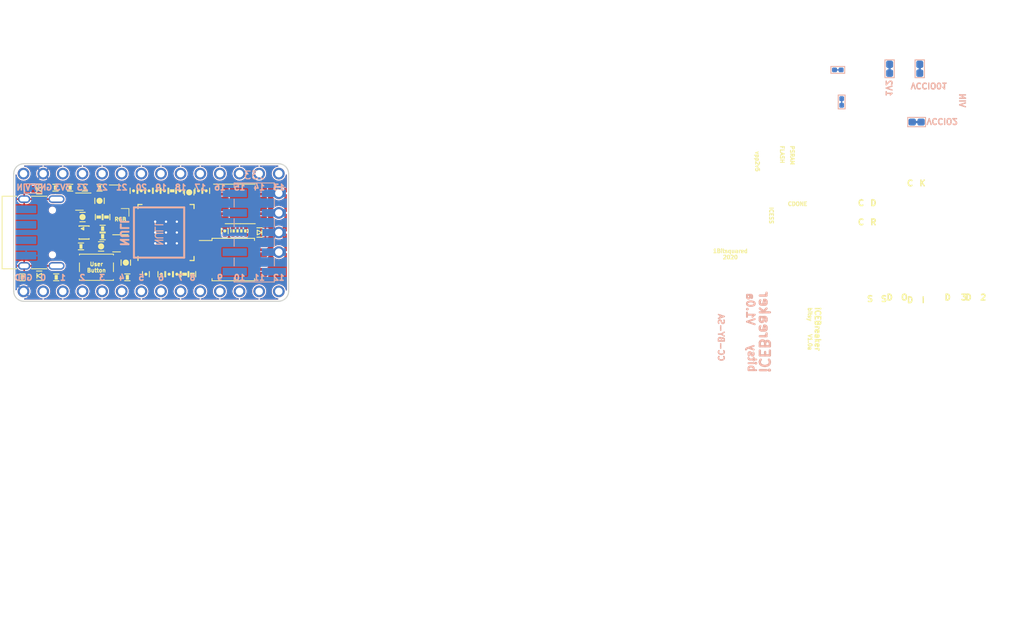
<source format=kicad_pcb>
(kicad_pcb (version 20171130) (host pcbnew "(5.1.6)-1")
  (title_block (title iCEBreaker-bitsy) (rev V0.3a) (company 1BitSquared) (comment 1 "(C) 2018-2020 Piotr Esden-Tempski <piotr@1bitsquared.com>") (comment 2 "(C) 2018-2020 1BitSquared <info@1bitsquared.com>") (comment 3 "License: CC-BY-SA 4.0"))
  (layers (0 F.Cu signal) (1 In1.Cu signal hide) (2 In2.Cu signal hide) (31 B.Cu signal hide) (34 B.Paste user hide) (35 F.Paste user) (36 B.SilkS user) (37 F.SilkS user) (38 B.Mask user hide) (39 F.Mask user) (44 Edge.Cuts user))
  (net 0 "")
  (net 1 +3V3)
  (net 2 /iCE_SS_B)
  (net 3 +1V2)
  (net 4 GND)
  (net 5 /iCE_SCK)
  (net 6 /iCE_CDONE)
  (net 7 /iCE_CRESET)
  (net 8 /CLK)
  (net 9 /USB_N)
  (net 10 /USB_P)
  (net 11 /USB_DET)
  (net 12 /IOB_0A)
  (net 13 /IOB_3B_G6)
  (net 14 /IOB_2A)
  (net 15 /IOT_38B)
  (net 16 /IOB_23B)
  (net 17 /IOB_31B)
  (net 18 /IOB_29B)
  (net 19 /IOB_25B_G3)
  (net 20 /IOB_16A)
  (net 21 /IOB_13B)
  (net 22 /IOT_48B)
  (net 23 /IOT_44B)
  (net 24 /IOT_43A)
  (net 25 /IOT_37A)
  (net 26 /IOT_39A)
  (net 27 /IOT_41A)
  (net 28 /IOT_42B)
  (net 29 /IOB_4A)
  (net 30 /IOB_5B)
  (net 31 /IOB_6A)
  (net 32 /IOB_8A)
  (net 33 /IOB_9B)
  (net 34 /IOT_36B)
  (net 35 /ICEVCC)
  (net 36 /VCCIO_2)
  (net 37 /VCCIO_01)
  (net 38 /FLASH_MOSI-IO0)
  (net 39 /FLASH_MISO-IO1)
  (net 40 /FLASH_~WP~-IO2)
  (net 41 /FLASH_SS)
  (net 42 /SBU2)
  (net 43 /CC1)
  (net 44 /SBU1)
  (net 45 /CC2)
  (net 46 /SHIELD)
  (net 47 VIN)
  (net 48 VBUS)
  (net 49 "Net-(U2-Pad5)")
  (net 50 "Net-(U2-Pad2)")
  (net 51 "Net-(U3-Pad5)")
  (net 52 "Net-(U3-Pad2)")
  (net 53 /xD+)
  (net 54 /xD-)
  (net 55 /iD+)
  (net 56 /iD-)
  (net 57 /CLK_EN)
  (net 58 /3V3_EN)
  (net 59 /VCCPLL)
  (net 60 /VPP_2V5)
  (net 61 /FLASH_~HLD~-IO3)
  (net 62 /~UBTN)
  (net 63 /RAM_SS-~LEDG)
  (net 64 /IOB_20A-~LEDR)
  (net 65 /~RGB0)
  (net 66 /~RGB1)
  (net 67 /~RGB2)
  (net 68 "Net-(D1-PadA)")
  (net 69 "Net-(D2-PadA)")
  (module Connector_PinHeader_2.54mm:PinHeader_2x05_P2.54mm_Vertical_SMD (layer B.Cu) (at 61.115 47.5 180)
    (fp_text reference J33 (at 0 7.41) (layer B.SilkS) (effects (justify mirror)))
    (fp_text value Conn_02x05_Odd_Even)
    (pad 10 smd rect (at 2.525 -5.08 180) (size 3.15 1) (layers B.Cu B.Paste B.Mask) (net 40 /FLASH_~WP~-IO2))
    (pad 9 smd rect (at -2.525 -5.08 180) (size 3.15 1) (layers B.Cu B.Paste B.Mask) (net 39 /FLASH_MISO-IO1))
    (pad 8 smd rect (at 2.525 -2.54 180) (size 3.15 1) (layers B.Cu B.Paste B.Mask) (net 61 /FLASH_~HLD~-IO3))
    (pad 7 smd rect (at -2.525 -2.54 180) (size 3.15 1) (layers B.Cu B.Paste B.Mask) (net 1 +3V3))
    (pad 6 smd rect (at 2.525 0 180) (size 3.15 1) (layers B.Cu B.Paste B.Mask) (net 38 /FLASH_MOSI-IO0))
    (pad 5 smd rect (at -2.525 0 180) (size 3.15 1) (layers B.Cu B.Paste B.Mask) (net 4 GND))
    (pad 4 smd rect (at 2.525 2.54 180) (size 3.15 1) (layers B.Cu B.Paste B.Mask) (net 5 /iCE_SCK))
    (pad 3 smd rect (at -2.525 2.54 180) (size 3.15 1) (layers B.Cu B.Paste B.Mask) (net 7 /iCE_CRESET))
    (pad 2 smd rect (at 2.525 5.08 180) (size 3.15 1) (layers B.Cu B.Paste B.Mask) (net 2 /iCE_SS_B))
    (pad 1 smd rect (at -2.525 5.08 180) (size 3.15 1) (layers B.Cu B.Paste B.Mask) (net 6 /iCE_CDONE))
  )
  (module Package_SON:WSON-6-1EP_2x2mm_P0.65mm_EP1x1.6mm (layer F.Cu) (at 43.8 48.9 180)
    (fp_text reference U2 hide)
    (fp_text value TLV75512PDRV hide)
    (pad 7 smd rect (at 0 0 180) (size 1 1.6) (layers F.Cu F.Mask) (net 4 GND))
    (pad 6 smd roundrect (at 0.8875 -0.65 180) (size 0.375 0.4) (layers F.Cu F.Paste F.Mask) (net 47 VIN))
    (pad 5 smd roundrect (at 0.8875 0 180) (size 0.375 0.4) (layers F.Cu F.Paste F.Mask) (net 49 "Net-(U2-Pad5)"))
    (pad 4 smd roundrect (at 0.8875 0.65 180) (size 0.375 0.4) (layers F.Cu F.Paste F.Mask) (net 47 VIN))
    (pad 3 smd roundrect (at -0.8875 0.65 180) (size 0.375 0.4) (layers F.Cu F.Paste F.Mask) (net 4 GND))
    (pad 2 smd roundrect (at -0.8875 0 180) (size 0.375 0.4) (layers F.Cu F.Paste F.Mask) (net 50 "Net-(U2-Pad2)"))
    (pad 1 smd roundrect (at -0.8875 -0.65 180) (size 0.375 0.4) (layers F.Cu F.Paste F.Mask) (net 3 +1V2))
  )
  (module Package_SON:WSON-6-1EP_2x2mm_P0.65mm_EP1x1.6mm (layer F.Cu) (at 39 43.5 180)
    (fp_text reference U3 hide)
    (fp_text value TLV75533PDRV hide)
    (pad 7 smd rect (at 0 0 180) (size 1 1.6) (layers F.Cu F.Mask) (net 4 GND))
    (pad 6 smd roundrect (at 0.8875 -0.65 180) (size 0.375 0.4) (layers F.Cu F.Paste F.Mask) (net 47 VIN))
    (pad 5 smd roundrect (at 0.8875 0 180) (size 0.375 0.4) (layers F.Cu F.Paste F.Mask) (net 51 "Net-(U3-Pad5)"))
    (pad 4 smd roundrect (at 0.8875 0.65 180) (size 0.375 0.4) (layers F.Cu F.Paste F.Mask) (net 58 /3V3_EN))
    (pad 3 smd roundrect (at -0.8875 0.65 180) (size 0.375 0.4) (layers F.Cu F.Paste F.Mask) (net 4 GND))
    (pad 2 smd roundrect (at -0.8875 0 180) (size 0.375 0.4) (layers F.Cu F.Paste F.Mask) (net 52 "Net-(U3-Pad2)"))
    (pad 1 smd roundrect (at -0.8875 -0.65 180) (size 0.375 0.4) (layers F.Cu F.Paste F.Mask) (net 1 +3V3))
  )
  (module pkl_led:LED_TRI_2020 (layer F.Cu) (at 43.8 45.8 270)
    (fp_text reference D4)
    (fp_text value FM-B2020RGBA-HG hide)
    (pad 1 smd roundrect (at -0.85 -0.55 270) (size 0.8 0.7) (layers F.Cu F.Paste F.Mask) (net 65 /~RGB0))
    (pad 2 smd roundrect (at 0.85 -0.55 270) (size 0.8 0.7) (layers F.Cu F.Paste F.Mask) (net 67 /~RGB2))
    (pad 3 smd roundrect (at 0.85 0.55 270) (size 0.8 0.7) (layers F.Cu F.Paste F.Mask) (net 1 +3V3))
    (pad 4 smd roundrect (at -0.85 0.55 270) (size 0.8 0.7) (layers F.Cu F.Paste F.Mask) (net 66 /~RGB1))
  )
  (module pkl_misc:Oscillator_SMD_SCTF_S2DXX-4Pin_2.5x2.0mm (layer F.Cu) (at 43.5 42.7 270)
    (fp_text reference X1 hide)
    (fp_text value 12MHz hide)
    (pad 4 smd roundrect (at -0.85 -0.65 270) (size 1 0.9) (layers F.Cu F.Paste F.Mask) (net 1 +3V3))
    (pad 3 smd roundrect (at 0.85 -0.65 270) (size 1 0.9) (layers F.Cu F.Paste F.Mask) (net 8 /CLK))
    (pad 2 smd roundrect (at 0.85 0.65 270) (size 1 0.9) (layers F.Cu F.Paste F.Mask) (net 4 GND))
    (pad 1 smd roundrect (at -0.85 0.65 270) (size 1 0.9) (layers F.Cu F.Paste F.Mask) (net 57 /CLK_EN))
  )
  (module Package_SO:SOIC-8_5.275x5.275mm_P1.27mm (layer F.Cu) (at 58.4 51)
    (fp_text reference U5 hide)
    (fp_text value W25Q hide)
    (pad 8 smd roundrect (at 3.6 -1.905) (size 1.6 0.6) (layers F.Cu F.Paste F.Mask) (net 1 +3V3))
    (pad 7 smd roundrect (at 3.6 -0.635) (size 1.6 0.6) (layers F.Cu F.Paste F.Mask) (net 61 /FLASH_~HLD~-IO3))
    (pad 6 smd roundrect (at 3.6 0.635) (size 1.6 0.6) (layers F.Cu F.Paste F.Mask) (net 5 /iCE_SCK))
    (pad 5 smd roundrect (at 3.6 1.905) (size 1.6 0.6) (layers F.Cu F.Paste F.Mask) (net 38 /FLASH_MOSI-IO0))
    (pad 4 smd roundrect (at -3.6 1.905) (size 1.6 0.6) (layers F.Cu F.Paste F.Mask) (net 4 GND))
    (pad 3 smd roundrect (at -3.6 0.635) (size 1.6 0.6) (layers F.Cu F.Paste F.Mask) (net 40 /FLASH_~WP~-IO2))
    (pad 2 smd roundrect (at -3.6 -0.635) (size 1.6 0.6) (layers F.Cu F.Paste F.Mask) (net 39 /FLASH_MISO-IO1))
    (pad 1 smd roundrect (at -3.6 -1.905) (size 1.6 0.6) (layers F.Cu F.Paste F.Mask) (net 41 /FLASH_SS))
  )
  (module pkl_dipol:C_0402 (layer F.Cu) (at 47.1 52.9 270)
    (fp_text reference C19)
    (fp_text value 100n hide)
    (pad 2 smd roundrect (at 0.5 0 270) (size 0.5 0.6) (layers F.Cu F.Paste F.Mask) (net 4 GND))
    (pad 1 smd roundrect (at -0.5 0 270) (size 0.5 0.6) (layers F.Cu F.Paste F.Mask) (net 36 /VCCIO_2))
  )
  (module pkl_dipol:C_0402 (layer F.Cu) (at 53.9 42.1 90)
    (fp_text reference C18)
    (fp_text value 100n hide)
    (pad 2 smd roundrect (at 0.5 0 90) (size 0.5 0.6) (layers F.Cu F.Paste F.Mask) (net 4 GND))
    (pad 1 smd roundrect (at -0.5 0 90) (size 0.5 0.6) (layers F.Cu F.Paste F.Mask) (net 37 /VCCIO_01))
  )
  (module pkl_dipol:C_0402 (layer F.Cu) (at 46.5 42.1 90)
    (fp_text reference C17)
    (fp_text value 100n hide)
    (pad 2 smd roundrect (at 0.5 0 90) (size 0.5 0.6) (layers F.Cu F.Paste F.Mask) (net 4 GND))
    (pad 1 smd roundrect (at -0.5 0 90) (size 0.5 0.6) (layers F.Cu F.Paste F.Mask) (net 37 /VCCIO_01))
  )
  (module pkl_pin_headers:Pin_Header_Straight_Round_1x01 (layer F.Cu) (at 64.29 39.88)
    (fp_text reference J26 hide)
    (fp_text value Conn_01x01 hide)
    (pad 1 thru_hole circle (at 0 0) (size 1.524 1.524) (drill 0.9652) (layers *.Cu *.Mask) (net 64 /IOB_20A-~LEDR))
  )
  (module pkl_dipol:R_0402 (layer F.Cu) (at 52.1 52.9 270)
    (fp_text reference R11)
    (fp_text value 10k hide)
    (pad 2 smd roundrect (at 0.5 0 270) (size 0.5 0.6) (layers F.Cu F.Paste F.Mask) (net 1 +3V3))
    (pad 1 smd roundrect (at -0.5 0 270) (size 0.5 0.6) (layers F.Cu F.Paste F.Mask) (net 7 /iCE_CRESET))
  )
  (module pkl_dipol:R_Array_Convex_4x0402 (layer F.Cu) (at 59.2 47.3 90)
    (fp_text reference R8)
    (fp_text value 10k hide)
    (pad 8 smd roundrect (at 0.5 0.85 90) (size 0.5 0.5) (layers F.Cu F.Paste F.Mask) (net 5 /iCE_SCK))
    (pad 6 smd roundrect (at 0.5 0.25 90) (size 0.5 0.3) (layers F.Cu F.Paste F.Mask) (net 40 /FLASH_~WP~-IO2))
    (pad 4 smd roundrect (at 0.5 -0.25 90) (size 0.5 0.3) (layers F.Cu F.Paste F.Mask) (net 61 /FLASH_~HLD~-IO3))
    (pad 2 smd roundrect (at 0.5 -0.85 90) (size 0.5 0.5) (layers F.Cu F.Paste F.Mask) (net 41 /FLASH_SS))
    (pad 7 smd roundrect (at -0.5 0.85 90) (size 0.5 0.5) (layers F.Cu F.Paste F.Mask) (net 1 +3V3))
    (pad 1 smd roundrect (at -0.5 -0.85 90) (size 0.5 0.5) (layers F.Cu F.Paste F.Mask) (net 1 +3V3))
    (pad 5 smd roundrect (at -0.5 0.25 90) (size 0.5 0.3) (layers F.Cu F.Paste F.Mask) (net 1 +3V3))
    (pad 3 smd roundrect (at -0.5 -0.25 90) (size 0.5 0.3) (layers F.Cu F.Paste F.Mask) (net 1 +3V3))
  )
  (module pkl_dipol:R_0402 (layer F.Cu) (at 31.1 53.3 180)
    (fp_text reference R1)
    (fp_text value 1M hide)
    (pad 2 smd roundrect (at 0.5 0 180) (size 0.5 0.6) (layers F.Cu F.Paste F.Mask) (net 46 /SHIELD))
    (pad 1 smd roundrect (at -0.5 0 180) (size 0.5 0.6) (layers F.Cu F.Paste F.Mask) (net 4 GND))
  )
  (module pkl_dipol:R_0402 (layer F.Cu) (at 41.5 48 180)
    (fp_text reference R5)
    (fp_text value 22E hide)
    (pad 2 smd roundrect (at 0.5 0 180) (size 0.5 0.6) (layers F.Cu F.Paste F.Mask) (net 55 /iD+))
    (pad 1 smd roundrect (at -0.5 0 180) (size 0.5 0.6) (layers F.Cu F.Paste F.Mask) (net 10 /USB_P))
  )
  (module pkl_dipol:R_0402 (layer F.Cu) (at 50.5 42.1 90)
    (fp_text reference R10)
    (fp_text value 100E hide)
    (pad 2 smd roundrect (at 0.5 0 90) (size 0.5 0.6) (layers F.Cu F.Paste F.Mask) (net 59 /VCCPLL))
    (pad 1 smd roundrect (at -0.5 0 90) (size 0.5 0.6) (layers F.Cu F.Paste F.Mask) (net 35 /ICEVCC))
  )
  (module pkl_dipol:R_0402 (layer F.Cu) (at 53.1 52.9 270)
    (fp_text reference R15)
    (fp_text value 2k2 hide)
    (pad 2 smd roundrect (at 0.5 0 270) (size 0.5 0.6) (layers F.Cu F.Paste F.Mask) (net 1 +3V3))
    (pad 1 smd roundrect (at -0.5 0 270) (size 0.5 0.6) (layers F.Cu F.Paste F.Mask) (net 6 /iCE_CDONE))
  )
  (module pkl_dipol:R_0402 (layer F.Cu) (at 44.7 53.3)
    (fp_text reference R12)
    (fp_text value 10k hide)
    (pad 2 smd roundrect (at 0.5 0) (size 0.5 0.6) (layers F.Cu F.Paste F.Mask) (net 1 +3V3))
    (pad 1 smd roundrect (at -0.5 0) (size 0.5 0.6) (layers F.Cu F.Paste F.Mask) (net 62 /~UBTN))
  )
  (module pkl_dipol:R_0402 (layer F.Cu) (at 35.5 53.3)
    (fp_text reference R14)
    (fp_text value 330E hide)
    (pad 2 smd roundrect (at 0.5 0) (size 0.5 0.6) (layers F.Cu F.Paste F.Mask) (net 1 +3V3))
    (pad 1 smd roundrect (at -0.5 0) (size 0.5 0.6) (layers F.Cu F.Paste F.Mask) (net 69 "Net-(D2-PadA)"))
  )
  (module pkl_dipol:R_0402 (layer F.Cu) (at 35.4 41.7)
    (fp_text reference R13)
    (fp_text value 330E hide)
    (pad 2 smd roundrect (at 0.5 0) (size 0.5 0.6) (layers F.Cu F.Paste F.Mask) (net 1 +3V3))
    (pad 1 smd roundrect (at -0.5 0) (size 0.5 0.6) (layers F.Cu F.Paste F.Mask) (net 68 "Net-(D1-PadA)"))
  )
  (module pkl_dipol:R_0402 (layer F.Cu) (at 41.1 41.7)
    (fp_text reference R9)
    (fp_text value 10k hide)
    (pad 2 smd roundrect (at 0.5 0) (size 0.5 0.6) (layers F.Cu F.Paste F.Mask) (net 57 /CLK_EN))
    (pad 1 smd roundrect (at -0.5 0) (size 0.5 0.6) (layers F.Cu F.Paste F.Mask) (net 1 +3V3))
  )
  (module pkl_dipol:D_0603 (layer F.Cu) (at 61.8 47.5 180)
    (fp_text reference D3)
    (fp_text value BLU hide)
    (pad C smd roundrect (at -0.75 0) (size 0.6 0.9) (layers F.Cu F.Paste F.Mask) (net 4 GND))
    (pad A smd roundrect (at 0.75 0) (size 0.6 0.9) (layers F.Cu F.Paste F.Mask) (net 6 /iCE_CDONE))
  )
  (module pkl_dipol:D_0603 (layer F.Cu) (at 33.3 53.1)
    (fp_text reference D2)
    (fp_text value GRN hide)
    (pad C smd roundrect (at -0.75 0 180) (size 0.6 0.9) (layers F.Cu F.Paste F.Mask) (net 63 /RAM_SS-~LEDG))
    (pad A smd roundrect (at 0.75 0 180) (size 0.6 0.9) (layers F.Cu F.Paste F.Mask) (net 69 "Net-(D2-PadA)"))
  )
  (module pkl_dipol:D_0603 (layer F.Cu) (at 33.3 41.9)
    (fp_text reference D1)
    (fp_text value RED hide)
    (pad C smd roundrect (at -0.75 0 180) (size 0.6 0.9) (layers F.Cu F.Paste F.Mask) (net 64 /IOB_20A-~LEDR))
    (pad A smd roundrect (at 0.75 0 180) (size 0.6 0.9) (layers F.Cu F.Paste F.Mask) (net 68 "Net-(D1-PadA)"))
  )
  (module pkl_dipol:C_0603 (layer F.Cu) (at 44.5 51.4 270)
    (fp_text reference C2)
    (fp_text value 4u7 hide)
    (pad 2 smd roundrect (at 0.75 0 270) (size 0.6 0.9) (layers F.Cu F.Paste F.Mask) (net 4 GND))
    (pad 1 smd roundrect (at -0.75 0 270) (size 0.6 0.9) (layers F.Cu F.Paste F.Mask) (net 3 +1V2))
  )
  (module pkl_dipol:C_0603 (layer F.Cu) (at 41.3 49.3 180)
    (fp_text reference C1)
    (fp_text value 4u7 hide)
    (pad 2 smd roundrect (at 0.75 0 180) (size 0.6 0.9) (layers F.Cu F.Paste F.Mask) (net 4 GND))
    (pad 1 smd roundrect (at -0.75 0 180) (size 0.6 0.9) (layers F.Cu F.Paste F.Mask) (net 47 VIN))
  )
  (module pkl_dipol:C_0603 (layer F.Cu) (at 38.9 45.5)
    (fp_text reference C4)
    (fp_text value 4u7 hide)
    (pad 2 smd roundrect (at 0.75 0) (size 0.6 0.9) (layers F.Cu F.Paste F.Mask) (net 4 GND))
    (pad 1 smd roundrect (at -0.75 0) (size 0.6 0.9) (layers F.Cu F.Paste F.Mask) (net 47 VIN))
  )
  (module pkl_dipol:C_0603 (layer F.Cu) (at 41.1 43.4 90)
    (fp_text reference C5)
    (fp_text value 4u7 hide)
    (pad 2 smd roundrect (at 0.75 0 90) (size 0.6 0.9) (layers F.Cu F.Paste F.Mask) (net 4 GND))
    (pad 1 smd roundrect (at -0.75 0 90) (size 0.6 0.9) (layers F.Cu F.Paste F.Mask) (net 1 +3V3))
  )
  (module pkl_dipol:C_0603 (layer F.Cu) (at 52.7 42.3 90)
    (fp_text reference C8)
    (fp_text value 10u hide)
    (pad 2 smd roundrect (at 0.75 0 90) (size 0.6 0.9) (layers F.Cu F.Paste F.Mask) (net 4 GND))
    (pad 1 smd roundrect (at -0.75 0 90) (size 0.6 0.9) (layers F.Cu F.Paste F.Mask) (net 59 /VCCPLL))
  )
  (module pkl_dipol:C_0402 (layer F.Cu) (at 57.3 47.3 90)
    (fp_text reference C6)
    (fp_text value 100n hide)
    (pad 2 smd roundrect (at 0.5 0 90) (size 0.5 0.6) (layers F.Cu F.Paste F.Mask) (net 4 GND))
    (pad 1 smd roundrect (at -0.5 0 90) (size 0.5 0.6) (layers F.Cu F.Paste F.Mask) (net 1 +3V3))
  )
  (module pkl_dipol:C_0402 (layer F.Cu) (at 49.5 42.1 90)
    (fp_text reference C13)
    (fp_text value 10n hide)
    (pad 2 smd roundrect (at 0.5 0 90) (size 0.5 0.6) (layers F.Cu F.Paste F.Mask) (net 4 GND))
    (pad 1 smd roundrect (at -0.5 0 90) (size 0.5 0.6) (layers F.Cu F.Paste F.Mask) (net 35 /ICEVCC))
  )
  (module pkl_dipol:C_0402 (layer F.Cu) (at 51.5 42.1 90)
    (fp_text reference C9)
    (fp_text value 100n hide)
    (pad 2 smd roundrect (at 0.5 0 90) (size 0.5 0.6) (layers F.Cu F.Paste F.Mask) (net 4 GND))
    (pad 1 smd roundrect (at -0.5 0 90) (size 0.5 0.6) (layers F.Cu F.Paste F.Mask) (net 59 /VCCPLL))
  )
  (module pkl_dipol:C_0402 (layer F.Cu) (at 48.5 42.1 90)
    (fp_text reference C12)
    (fp_text value 100n hide)
    (pad 2 smd roundrect (at 0.5 0 90) (size 0.5 0.6) (layers F.Cu F.Paste F.Mask) (net 4 GND))
    (pad 1 smd roundrect (at -0.5 0 90) (size 0.5 0.6) (layers F.Cu F.Paste F.Mask) (net 35 /ICEVCC))
  )
  (module pkl_dipol:C_0402 (layer F.Cu) (at 45.5 42.1 90)
    (fp_text reference C7)
    (fp_text value 100n hide)
    (pad 2 smd roundrect (at 0.5 0 90) (size 0.5 0.6) (layers F.Cu F.Paste F.Mask) (net 4 GND))
    (pad 1 smd roundrect (at -0.5 0 90) (size 0.5 0.6) (layers F.Cu F.Paste F.Mask) (net 1 +3V3))
  )
  (module pkl_dipol:C_0402 (layer F.Cu) (at 47.5 42.1 90)
    (fp_text reference C11)
    (fp_text value 1u hide)
    (pad 2 smd roundrect (at 0.5 0 90) (size 0.5 0.6) (layers F.Cu F.Paste F.Mask) (net 4 GND))
    (pad 1 smd roundrect (at -0.5 0 90) (size 0.5 0.6) (layers F.Cu F.Paste F.Mask) (net 35 /ICEVCC))
  )
  (module pkl_dipol:C_0402 (layer F.Cu) (at 54.9 42.1 90)
    (fp_text reference C10)
    (fp_text value DNP hide)
    (pad 2 smd roundrect (at 0.5 0 90) (size 0.5 0.6) (layers F.Cu F.Paste F.Mask) (net 4 GND))
    (pad 1 smd roundrect (at -0.5 0 90) (size 0.5 0.6) (layers F.Cu F.Paste F.Mask) (net 60 /VPP_2V5))
  )
  (module pkl_dipol:C_0402 (layer F.Cu) (at 49.1 52.9 270)
    (fp_text reference C16)
    (fp_text value 10n hide)
    (pad 2 smd roundrect (at 0.5 0 270) (size 0.5 0.6) (layers F.Cu F.Paste F.Mask) (net 4 GND))
    (pad 1 smd roundrect (at -0.5 0 270) (size 0.5 0.6) (layers F.Cu F.Paste F.Mask) (net 35 /ICEVCC))
  )
  (module pkl_dipol:C_0402 (layer F.Cu) (at 50.1 52.9 270)
    (fp_text reference C15)
    (fp_text value 100n hide)
    (pad 2 smd roundrect (at 0.5 0 270) (size 0.5 0.6) (layers F.Cu F.Paste F.Mask) (net 4 GND))
    (pad 1 smd roundrect (at -0.5 0 270) (size 0.5 0.6) (layers F.Cu F.Paste F.Mask) (net 35 /ICEVCC))
  )
  (module pkl_dipol:C_0402 (layer F.Cu) (at 51.1 52.9 270)
    (fp_text reference C14)
    (fp_text value 1u hide)
    (pad 2 smd roundrect (at 0.5 0 270) (size 0.5 0.6) (layers F.Cu F.Paste F.Mask) (net 4 GND))
    (pad 1 smd roundrect (at -0.5 0 270) (size 0.5 0.6) (layers F.Cu F.Paste F.Mask) (net 35 /ICEVCC))
  )
  (module pkl_dipol:R_0402 (layer F.Cu) (at 37.3 41.7)
    (fp_text reference R7)
    (fp_text value 10k hide)
    (pad 2 smd roundrect (at 0.5 0) (size 0.5 0.6) (layers F.Cu F.Paste F.Mask) (net 58 /3V3_EN))
    (pad 1 smd roundrect (at -0.5 0) (size 0.5 0.6) (layers F.Cu F.Paste F.Mask) (net 47 VIN))
  )
  (module pkl_dipol:C_0402 (layer F.Cu) (at 39.2 41.7)
    (fp_text reference C3)
    (fp_text value 1u hide)
    (pad 2 smd roundrect (at 0.5 0) (size 0.5 0.6) (layers F.Cu F.Paste F.Mask) (net 4 GND))
    (pad 1 smd roundrect (at -0.5 0) (size 0.5 0.6) (layers F.Cu F.Paste F.Mask) (net 58 /3V3_EN))
  )
  (module pkl_dipol:R_0402 (layer F.Cu) (at 41.5 47 180)
    (fp_text reference R4)
    (fp_text value 22E hide)
    (pad 2 smd roundrect (at 0.5 0 180) (size 0.5 0.6) (layers F.Cu F.Paste F.Mask) (net 56 /iD-))
    (pad 1 smd roundrect (at -0.5 0 180) (size 0.5 0.6) (layers F.Cu F.Paste F.Mask) (net 9 /USB_N))
  )
  (module pkl_dipol:R_0402 (layer F.Cu) (at 42 45.5 270)
    (fp_text reference R6)
    (fp_text value 1k5 hide)
    (pad 2 smd roundrect (at 0.5 0 270) (size 0.5 0.6) (layers F.Cu F.Paste F.Mask) (net 55 /iD+))
    (pad 1 smd roundrect (at -0.5 0 270) (size 0.5 0.6) (layers F.Cu F.Paste F.Mask) (net 11 /USB_DET))
  )
  (module pkl_pin_headers:Pin_Header_Straight_Round_1x01 (layer F.Cu) (at 36.35 39.88)
    (fp_text reference J1 hide)
    (fp_text value Conn_01x01 hide)
    (pad 1 thru_hole circle (at 0 0) (size 1.524 1.524) (drill 0.9652) (layers *.Cu *.Mask) (net 1 +3V3))
  )
  (module pkl_pin_headers:Pin_Header_Straight_Round_1x01 (layer F.Cu) (at 51.59 55.12)
    (fp_text reference J13 hide)
    (fp_text value Conn_01x01 hide)
    (pad 1 thru_hole circle (at 0 0) (size 1.524 1.524) (drill 0.9652) (layers *.Cu *.Mask) (net 32 /IOB_8A))
  )
  (module pkl_pin_headers:Pin_Header_Straight_Round_1x01 (layer F.Cu) (at 49.05 55.12)
    (fp_text reference J14 hide)
    (fp_text value Conn_01x01 hide)
    (pad 1 thru_hole circle (at 0 0) (size 1.524 1.524) (drill 0.9652) (layers *.Cu *.Mask) (net 33 /IOB_9B))
  )
  (module pkl_pin_headers:Pin_Header_Straight_Round_1x01 (layer F.Cu) (at 46.51 55.12)
    (fp_text reference J12 hide)
    (fp_text value Conn_01x01 hide)
    (pad 1 thru_hole circle (at 0 0) (size 1.524 1.524) (drill 0.9652) (layers *.Cu *.Mask) (net 31 /IOB_6A))
  )
  (module pkl_pin_headers:Pin_Header_Straight_Round_1x01 (layer F.Cu) (at 36.35 55.12)
    (fp_text reference J11 hide)
    (fp_text value Conn_01x01 hide)
    (pad 1 thru_hole circle (at 0 0) (size 1.524 1.524) (drill 0.9652) (layers *.Cu *.Mask) (net 30 /IOB_5B))
  )
  (module pkl_pin_headers:Pin_Header_Straight_Round_1x01 (layer F.Cu) (at 43.97 55.12)
    (fp_text reference J10 hide)
    (fp_text value Conn_01x01 hide)
    (pad 1 thru_hole circle (at 0 0) (size 1.524 1.524) (drill 0.9652) (layers *.Cu *.Mask) (net 29 /IOB_4A))
  )
  (module pkl_pin_headers:Pin_Header_Straight_Round_1x01 (layer F.Cu) (at 33.81 55.12)
    (fp_text reference J9 hide)
    (fp_text value Conn_01x01 hide)
    (pad 1 thru_hole circle (at 0 0) (size 1.524 1.524) (drill 0.9652) (layers *.Cu *.Mask) (net 13 /IOB_3B_G6))
  )
  (module pkl_pin_headers:Pin_Header_Straight_Round_1x01 (layer F.Cu) (at 38.89 55.12)
    (fp_text reference J7 hide)
    (fp_text value Conn_01x01 hide)
    (pad 1 thru_hole circle (at 0 0) (size 1.524 1.524) (drill 0.9652) (layers *.Cu *.Mask) (net 12 /IOB_0A))
  )
  (module pkl_pin_headers:Pin_Header_Straight_Round_1x01 (layer F.Cu) (at 33.81 39.88)
    (fp_text reference J6 hide)
    (fp_text value Conn_01x01 hide)
    (pad 1 thru_hole circle (at 0 0) (size 1.524 1.524) (drill 0.9652) (layers *.Cu *.Mask) (net 4 GND))
  )
  (module pkl_pin_headers:Pin_Header_Straight_Round_1x01 (layer F.Cu) (at 64.29 47.5)
    (fp_text reference J5 hide)
    (fp_text value Conn_01x01 hide)
    (pad 1 thru_hole circle (at 0 0) (size 1.524 1.524) (drill 0.9652) (layers *.Cu *.Mask) (net 4 GND))
  )
  (module pkl_pin_headers:Pin_Header_Straight_Round_1x01 (layer F.Cu) (at 31.27 55.12)
    (fp_text reference J4 hide)
    (fp_text value Conn_01x01 hide)
    (pad 1 thru_hole circle (at 0 0) (size 1.524 1.524) (drill 0.9652) (layers *.Cu *.Mask) (net 4 GND))
  )
  (module pkl_pin_headers:Pin_Header_Straight_Round_1x01 (layer F.Cu) (at 31.27 39.88)
    (fp_text reference J3 hide)
    (fp_text value Conn_01x01 hide)
    (pad 1 thru_hole circle (at 0 0) (size 1.524 1.524) (drill 0.9652) (layers *.Cu *.Mask) (net 47 VIN))
  )
  (module pkl_pin_headers:Pin_Header_Straight_Round_1x01 (layer F.Cu) (at 64.29 50.04)
    (fp_text reference J2 hide)
    (fp_text value Conn_01x01 hide)
    (pad 1 thru_hole circle (at 0 0) (size 1.524 1.524) (drill 0.9652) (layers *.Cu *.Mask) (net 1 +3V3))
  )
  (module pkl_pin_headers:Pin_Header_Straight_Round_1x01 (layer F.Cu) (at 41.43 55.12)
    (fp_text reference J8 hide)
    (fp_text value Conn_01x01 hide)
    (pad 1 thru_hole circle (at 0 0) (size 1.524 1.524) (drill 0.9652) (layers *.Cu *.Mask) (net 14 /IOB_2A))
  )
  (module pkl_pin_headers:Pin_Header_Straight_Round_1x01 (layer F.Cu) (at 51.59 39.88)
    (fp_text reference J17 hide)
    (fp_text value Conn_01x01 hide)
    (pad 1 thru_hole circle (at 0 0) (size 1.524 1.524) (drill 0.9652) (layers *.Cu *.Mask) (net 15 /IOT_38B))
  )
  (module pkl_pin_headers:Pin_Header_Straight_Round_1x01 (layer F.Cu) (at 61.75 39.88)
    (fp_text reference J27 hide)
    (fp_text value Conn_01x01 hide)
    (pad 1 thru_hole circle (at 0 0) (size 1.524 1.524) (drill 0.9652) (layers *.Cu *.Mask) (net 16 /IOB_23B))
  )
  (module pkl_pin_headers:Pin_Header_Straight_Round_1x01 (layer F.Cu) (at 59.21 55.12)
    (fp_text reference J30 hide)
    (fp_text value Conn_01x01 hide)
    (pad 1 thru_hole circle (at 0 0) (size 1.524 1.524) (drill 0.9652) (layers *.Cu *.Mask) (net 17 /IOB_31B))
  )
  (module pkl_pin_headers:Pin_Header_Straight_Round_1x01 (layer F.Cu) (at 61.75 55.12)
    (fp_text reference J29 hide)
    (fp_text value Conn_01x01 hide)
    (pad 1 thru_hole circle (at 0 0) (size 1.524 1.524) (drill 0.9652) (layers *.Cu *.Mask) (net 18 /IOB_29B))
  )
  (module pkl_pin_headers:Pin_Header_Straight_Round_1x01 (layer F.Cu) (at 64.29 55.12)
    (fp_text reference J28 hide)
    (fp_text value Conn_01x01 hide)
    (pad 1 thru_hole circle (at 0 0) (size 1.524 1.524) (drill 0.9652) (layers *.Cu *.Mask) (net 19 /IOB_25B_G3))
  )
  (module pkl_pin_headers:Pin_Header_Straight_Round_1x01 (layer F.Cu) (at 56.67 55.12)
    (fp_text reference J25 hide)
    (fp_text value Conn_01x01 hide)
    (pad 1 thru_hole circle (at 0 0) (size 1.524 1.524) (drill 0.9652) (layers *.Cu *.Mask) (net 20 /IOB_16A))
  )
  (module pkl_pin_headers:Pin_Header_Straight_Round_1x01 (layer F.Cu) (at 54.13 55.12)
    (fp_text reference J24 hide)
    (fp_text value Conn_01x01 hide)
    (pad 1 thru_hole circle (at 0 0) (size 1.524 1.524) (drill 0.9652) (layers *.Cu *.Mask) (net 21 /IOB_13B))
  )
  (module pkl_pin_headers:Pin_Header_Straight_Round_1x01 (layer F.Cu) (at 56.67 39.88)
    (fp_text reference J15 hide)
    (fp_text value Conn_01x01 hide)
    (pad 1 thru_hole circle (at 0 0) (size 1.524 1.524) (drill 0.9652) (layers *.Cu *.Mask) (net 34 /IOT_36B))
  )
  (module pkl_pin_headers:Pin_Header_Straight_Round_1x01 (layer F.Cu) (at 38.89 39.88)
    (fp_text reference J23 hide)
    (fp_text value Conn_01x01 hide)
    (pad 1 thru_hole circle (at 0 0) (size 1.524 1.524) (drill 0.9652) (layers *.Cu *.Mask) (net 22 /IOT_48B))
  )
  (module pkl_pin_headers:Pin_Header_Straight_Round_1x01 (layer F.Cu) (at 41.43 39.88)
    (fp_text reference J22 hide)
    (fp_text value Conn_01x01 hide)
    (pad 1 thru_hole circle (at 0 0) (size 1.524 1.524) (drill 0.9652) (layers *.Cu *.Mask) (net 23 /IOT_44B))
  )
  (module pkl_pin_headers:Pin_Header_Straight_Round_1x01 (layer F.Cu) (at 43.97 39.88)
    (fp_text reference J21 hide)
    (fp_text value Conn_01x01 hide)
    (pad 1 thru_hole circle (at 0 0) (size 1.524 1.524) (drill 0.9652) (layers *.Cu *.Mask) (net 24 /IOT_43A))
  )
  (module pkl_pin_headers:Pin_Header_Straight_Round_1x01 (layer F.Cu) (at 59.21 39.88)
    (fp_text reference J16 hide)
    (fp_text value Conn_01x01 hide)
    (pad 1 thru_hole circle (at 0 0) (size 1.524 1.524) (drill 0.9652) (layers *.Cu *.Mask) (net 25 /IOT_37A))
  )
  (module pkl_pin_headers:Pin_Header_Straight_Round_1x01 (layer F.Cu) (at 54.13 39.88)
    (fp_text reference J18 hide)
    (fp_text value Conn_01x01 hide)
    (pad 1 thru_hole circle (at 0 0) (size 1.524 1.524) (drill 0.9652) (layers *.Cu *.Mask) (net 26 /IOT_39A))
  )
  (module pkl_pin_headers:Pin_Header_Straight_Round_1x01 (layer F.Cu) (at 49.05 39.88)
    (fp_text reference J19 hide)
    (fp_text value Conn_01x01 hide)
    (pad 1 thru_hole circle (at 0 0) (size 1.524 1.524) (drill 0.9652) (layers *.Cu *.Mask) (net 27 /IOT_41A))
  )
  (module pkl_pin_headers:Pin_Header_Straight_Round_1x01 (layer F.Cu) (at 46.51 39.88)
    (fp_text reference J20 hide)
    (fp_text value Conn_01x01 hide)
    (pad 1 thru_hole circle (at 0 0) (size 1.524 1.524) (drill 0.9652) (layers *.Cu *.Mask) (net 28 /IOT_42B))
  )
  (module pkl_pin_headers:Pin_Header_Straight_Round_1x01 (layer F.Cu) (at 64.29 44.96)
    (fp_text reference J32 hide)
    (fp_text value Conn_01x01 hide)
    (pad 1 thru_hole circle (at 0 0) (size 1.524 1.524) (drill 0.9652) (layers *.Cu *.Mask) (net 7 /iCE_CRESET))
  )
  (module pkl_pin_headers:Pin_Header_Straight_Round_1x01 (layer F.Cu) (at 64.29 42.42)
    (fp_text reference J31 hide)
    (fp_text value Conn_01x01 hide)
    (pad 1 thru_hole circle (at 0 0) (size 1.524 1.524) (drill 0.9652) (layers *.Cu *.Mask) (net 6 /iCE_CDONE))
  )
  (module pkl_housings_sot:SOT-666 (layer F.Cu) (at 39.1 47.5)
    (fp_text reference U1)
    (fp_text value USBLC6-2 hide)
    (pad 6 smd roundrect (at 0.85 -0.5375 270) (size 0.35 0.5) (layers F.Cu F.Paste F.Mask) (net 56 /iD-))
    (pad 5 smd roundrect (at 0.925 0 270) (size 0.3 0.65) (layers F.Cu F.Paste F.Mask) (net 48 VBUS))
    (pad 4 smd roundrect (at 0.85 0.5375 270) (size 0.375 0.5) (layers F.Cu F.Paste F.Mask) (net 55 /iD+))
    (pad 3 smd roundrect (at -0.85 0.5375 270) (size 0.375 0.5) (layers F.Cu F.Paste F.Mask) (net 53 /xD+))
    (pad 2 smd roundrect (at -0.925 0 270) (size 0.3 0.65) (layers F.Cu F.Paste F.Mask) (net 4 GND))
    (pad 1 smd roundrect (at -0.85 -0.5375 270) (size 0.375 0.5) (layers F.Cu F.Paste F.Mask) (net 54 /xD-))
  )
  (module pkl_pads:PAD_SMD_1x2.65 (layer B.Cu) (at 31.6 48.5)
    (fp_text reference P3)
    (fp_text value UP hide)
    (pad 1 smd rect (at 0 0) (size 2.65 1) (layers B.Cu B.Mask) (net 53 /xD+))
  )
  (module pkl_pads:PAD_SMD_1x2.65 (layer B.Cu) (at 31.6 46.5)
    (fp_text reference P2)
    (fp_text value UP hide)
    (pad 1 smd rect (at 0 0) (size 2.65 1) (layers B.Cu B.Mask) (net 54 /xD-))
  )
  (module pkl_pads:PAD_SMD_1x2.65 (layer B.Cu) (at 31.6 44.5)
    (fp_text reference P1)
    (fp_text value UP hide)
    (pad 1 smd rect (at 0 0) (size 2.65 1) (layers B.Cu B.Mask) (net 48 VBUS))
  )
  (module pkl_pads:PAD_SMD_1x2.65 (layer B.Cu) (at 31.6 50.5)
    (fp_text reference P4)
    (fp_text value UP hide)
    (pad 1 smd rect (at 0 0) (size 2.65 1) (layers B.Cu B.Mask) (net 4 GND))
  )
  (module pkl_buttons_switches:SW_SPST_3x4x2.5 (layer F.Cu) (at 40.7 52 180)
    (fp_text reference SW1)
    (fp_text value TACT hide)
    (pad 2 smd roundrect (at 2.3 1.125 180) (size 1 0.7) (layers F.Cu F.Paste F.Mask) (net 4 GND))
    (pad 2 smd roundrect (at -2.3 1.125 180) (size 1 0.7) (layers F.Cu F.Paste F.Mask) (net 4 GND))
    (pad 1 smd roundrect (at 2.3 -1.125 180) (size 1 0.7) (layers F.Cu F.Paste F.Mask) (net 62 /~UBTN))
    (pad 1 smd roundrect (at -2.3 -1.125 180) (size 1 0.7) (layers F.Cu F.Paste F.Mask) (net 62 /~UBTN))
  )
  (module pkl_jumpers:J_NC_0402_15 (layer B.Cu) (at 136.6 26.45 180)
    (fp_text reference JP3)
    (fp_text value Jumper hide)
    (fp_line (start -0.2 0) (end 0.2 0) (layer B.Cu) (width 0.15))
    (pad 2 smd roundrect (at 0.425 0 180) (size 0.65 0.6) (layers B.Cu B.Mask) (net 60 /VPP_2V5))
    (pad 1 smd roundrect (at -0.425 0 180) (size 0.65 0.6) (layers B.Cu B.Mask) (net 1 +3V3))
  )
  (module Package_SO:SOIC-8_3.9x4.9mm_P1.27mm (layer F.Cu) (at 59.3 43.8)
    (fp_text reference U4 hide)
    (fp_text value LY68L6400 hide)
    (pad 8 smd roundrect (at 2.475 -1.905) (size 1.95 0.6) (layers F.Cu F.Paste F.Mask) (net 1 +3V3))
    (pad 7 smd roundrect (at 2.475 -0.635) (size 1.95 0.6) (layers F.Cu F.Paste F.Mask) (net 61 /FLASH_~HLD~-IO3))
    (pad 6 smd roundrect (at 2.475 0.635) (size 1.95 0.6) (layers F.Cu F.Paste F.Mask) (net 5 /iCE_SCK))
    (pad 5 smd roundrect (at 2.475 1.905) (size 1.95 0.6) (layers F.Cu F.Paste F.Mask) (net 38 /FLASH_MOSI-IO0))
    (pad 4 smd roundrect (at -2.475 1.905) (size 1.95 0.6) (layers F.Cu F.Paste F.Mask) (net 4 GND))
    (pad 3 smd roundrect (at -2.475 0.635) (size 1.95 0.6) (layers F.Cu F.Paste F.Mask) (net 40 /FLASH_~WP~-IO2))
    (pad 2 smd roundrect (at -2.475 -0.635) (size 1.95 0.6) (layers F.Cu F.Paste F.Mask) (net 39 /FLASH_MISO-IO1))
    (pad 1 smd roundrect (at -2.475 -1.905) (size 1.95 0.6) (layers F.Cu F.Paste F.Mask) (net 63 /RAM_SS-~LEDG))
  )
  (module pkl_jumpers:J_NC_0402_15 (layer B.Cu) (at 137.1 30.6 270)
    (fp_text reference JP2)
    (fp_text value Jumper hide)
    (fp_line (start -0.2 0) (end 0.2 0) (layer B.Cu) (width 0.15))
    (pad 2 smd roundrect (at 0.425 0 270) (size 0.65 0.6) (layers B.Cu B.Mask) (net 2 /iCE_SS_B))
    (pad 1 smd roundrect (at -0.425 0 270) (size 0.65 0.6) (layers B.Cu B.Mask) (net 41 /FLASH_SS))
  )
  (module pkl_jumpers:J_NC_0603_30 (layer B.Cu) (at 146.8 33.2 180)
    (fp_text reference JP6)
    (fp_text value Jumper hide)
    (fp_line (start -0.2 0) (end 0.2 0) (layer B.Cu) (width 0.3))
    (pad 2 smd roundrect (at 0.575 0 180) (size 0.95 0.9) (layers B.Cu B.Mask) (net 1 +3V3))
    (pad 1 smd roundrect (at -0.575 0 180) (size 0.95 0.9) (layers B.Cu B.Mask) (net 36 /VCCIO_2))
  )
  (module pkl_jumpers:J_NC_0603_30 (layer B.Cu) (at 147.2 26.3 90)
    (fp_text reference JP5)
    (fp_text value Jumper hide)
    (fp_line (start -0.2 0) (end 0.2 0) (layer B.Cu) (width 0.3))
    (pad 2 smd roundrect (at 0.575 0 90) (size 0.95 0.9) (layers B.Cu B.Mask) (net 1 +3V3))
    (pad 1 smd roundrect (at -0.575 0 90) (size 0.95 0.9) (layers B.Cu B.Mask) (net 37 /VCCIO_01))
  )
  (module pkl_jumpers:J_NC_0603_30 (layer B.Cu) (at 32.5 41.8 180)
    (fp_text reference JP1)
    (fp_text value Jumper hide)
    (fp_line (start -0.2 0) (end 0.2 0) (layer B.Cu) (width 0.3))
    (pad 2 smd roundrect (at 0.575 0 180) (size 0.95 0.9) (layers B.Cu B.Mask) (net 47 VIN))
    (pad 1 smd roundrect (at -0.575 0 180) (size 0.95 0.9) (layers B.Cu B.Mask) (net 48 VBUS))
  )
  (module pkl_jumpers:J_NC_0603_30 (layer B.Cu) (at 143.3 26.3 90)
    (fp_text reference JP4)
    (fp_text value Jumper hide)
    (fp_line (start -0.2 0) (end 0.2 0) (layer B.Cu) (width 0.3))
    (pad 2 smd roundrect (at 0.575 0 90) (size 0.95 0.9) (layers B.Cu B.Mask) (net 3 +1V2))
    (pad 1 smd roundrect (at -0.575 0 90) (size 0.95 0.9) (layers B.Cu B.Mask) (net 35 /ICEVCC))
  )
  (module pkl_logos:null_Logo_SilkS_6.5mm (layer B.Cu) (at 48.8 47.5 90)
    (fp_text reference REF**)
    (fp_text value null_Logo_SilkS_6.5mm hide)
  )
  (module Connector_USB:USB_C_Receptacle_HRO_TYPE-C-31-M-12 (layer F.Cu) (at 32.4 47.5 270)
    (fp_text reference J34 hide)
    (fp_text value USB_C hide)
    (pad B1 smd rect (at 3.25 -4.045 270) (size 0.6 1.45) (layers F.Cu F.Paste F.Mask) (net 4 GND))
    (pad A9 smd rect (at 2.45 -4.045 270) (size 0.6 1.45) (layers F.Cu F.Paste F.Mask) (net 48 VBUS))
    (pad B9 smd rect (at -2.45 -4.045 270) (size 0.6 1.45) (layers F.Cu F.Paste F.Mask) (net 48 VBUS))
    (pad B12 smd rect (at -3.25 -4.045 270) (size 0.6 1.45) (layers F.Cu F.Paste F.Mask) (net 4 GND))
    (pad A1 smd rect (at -3.25 -4.045 270) (size 0.6 1.45) (layers F.Cu F.Paste F.Mask) (net 4 GND))
    (pad A4 smd rect (at -2.45 -4.045 270) (size 0.6 1.45) (layers F.Cu F.Paste F.Mask) (net 48 VBUS))
    (pad B4 smd rect (at 2.45 -4.045 270) (size 0.6 1.45) (layers F.Cu F.Paste F.Mask) (net 48 VBUS))
    (pad A12 smd rect (at 3.25 -4.045 270) (size 0.6 1.45) (layers F.Cu F.Paste F.Mask) (net 4 GND))
    (pad B8 smd rect (at -1.75 -4.045 270) (size 0.3 1.45) (layers F.Cu F.Paste F.Mask) (net 42 /SBU2))
    (pad A5 smd rect (at -1.25 -4.045 270) (size 0.3 1.45) (layers F.Cu F.Paste F.Mask) (net 43 /CC1))
    (pad B7 smd rect (at -0.75 -4.045 270) (size 0.3 1.45) (layers F.Cu F.Paste F.Mask) (net 54 /xD-))
    (pad A7 smd rect (at 0.25 -4.045 270) (size 0.3 1.45) (layers F.Cu F.Paste F.Mask) (net 54 /xD-))
    (pad B6 smd rect (at 0.75 -4.045 270) (size 0.3 1.45) (layers F.Cu F.Paste F.Mask) (net 53 /xD+))
    (pad A8 smd rect (at 1.25 -4.045 270) (size 0.3 1.45) (layers F.Cu F.Paste F.Mask) (net 44 /SBU1))
    (pad B5 smd rect (at 1.75 -4.045 270) (size 0.3 1.45) (layers F.Cu F.Paste F.Mask) (net 45 /CC2))
    (pad A6 smd rect (at -0.25 -4.045 270) (size 0.3 1.45) (layers F.Cu F.Paste F.Mask) (net 53 /xD+))
    (pad S1 thru_hole oval (at 4.32 -3.13 270) (size 1 2.1) (drill oval 0.6 1.7) (layers *.Cu *.Mask) (net 46 /SHIELD))
    (pad S1 thru_hole oval (at -4.32 -3.13 270) (size 1 2.1) (drill oval 0.6 1.7) (layers *.Cu *.Mask) (net 46 /SHIELD))
    (pad "" np_thru_hole circle (at -2.89 -2.6 270) (size 0.65 0.65) (drill 0.65) (layers *.Cu *.Mask))
    (pad S1 thru_hole oval (at -4.32 1.05 270) (size 1 1.6) (drill oval 0.6 1.2) (layers *.Cu *.Mask) (net 46 /SHIELD))
    (pad "" np_thru_hole circle (at 2.89 -2.6 270) (size 0.65 0.65) (drill 0.65) (layers *.Cu *.Mask))
    (pad S1 thru_hole oval (at 4.32 1.05 270) (size 1 1.6) (drill oval 0.6 1.2) (layers *.Cu *.Mask) (net 46 /SHIELD))
  )
  (module pkl_dipol:R_0402 (layer F.Cu) (at 41 45.5 270)
    (fp_text reference R2)
    (fp_text value 5k1 hide)
    (pad 2 smd roundrect (at 0.5 0 270) (size 0.5 0.6) (layers F.Cu F.Paste F.Mask) (net 43 /CC1))
    (pad 1 smd roundrect (at -0.5 0 270) (size 0.5 0.6) (layers F.Cu F.Paste F.Mask) (net 4 GND))
  )
  (module pkl_dipol:R_0402 (layer F.Cu) (at 38.7 49.3 180)
    (fp_text reference R3)
    (fp_text value 5k1 hide)
    (pad 2 smd roundrect (at 0.5 0 180) (size 0.5 0.6) (layers F.Cu F.Paste F.Mask) (net 45 /CC2))
    (pad 1 smd roundrect (at -0.5 0 180) (size 0.5 0.6) (layers F.Cu F.Paste F.Mask) (net 4 GND))
  )
  (module pkl_housings_dfn_qfn:QFN-48-1EP_7x7mm_Pitch0.5mm (layer F.Cu) (at 49.7 47.5 90)
    (fp_text reference U6)
    (fp_text value ICE40UP5K-SG48 hide)
    (pad 1 smd roundrect (at -3.4 -2.75 90) (size 0.6 0.3) (layers F.Cu F.Paste F.Mask) (net 36 /VCCIO_2))
    (pad 2 smd roundrect (at -3.4 -2.25 90) (size 0.6 0.3) (layers F.Cu F.Paste F.Mask) (net 31 /IOB_6A))
    (pad 3 smd roundrect (at -3.4 -1.75 90) (size 0.6 0.3) (layers F.Cu F.Paste F.Mask) (net 33 /IOB_9B))
    (pad 4 smd roundrect (at -3.4 -1.25 90) (size 0.6 0.3) (layers F.Cu F.Paste F.Mask) (net 32 /IOB_8A))
    (pad 5 smd roundrect (at -3.4 -0.75 90) (size 0.6 0.3) (layers F.Cu F.Paste F.Mask) (net 35 /ICEVCC))
    (pad 6 smd roundrect (at -3.4 -0.25 90) (size 0.6 0.3) (layers F.Cu F.Paste F.Mask) (net 21 /IOB_13B))
    (pad 7 smd roundrect (at -3.4 0.25 90) (size 0.6 0.3) (layers F.Cu F.Paste F.Mask) (net 6 /iCE_CDONE))
    (pad 8 smd roundrect (at -3.4 0.75 90) (size 0.6 0.3) (layers F.Cu F.Paste F.Mask) (net 7 /iCE_CRESET))
    (pad 9 smd roundrect (at -3.4 1.25 90) (size 0.6 0.3) (layers F.Cu F.Paste F.Mask) (net 20 /IOB_16A))
    (pad 10 smd roundrect (at -3.4 1.75 90) (size 0.6 0.3) (layers F.Cu F.Paste F.Mask) (net 62 /~UBTN))
    (pad 11 smd roundrect (at -3.4 2.25 90) (size 0.6 0.3) (layers F.Cu F.Paste F.Mask) (net 64 /IOB_20A-~LEDR))
    (pad 12 smd roundrect (at -3.4 2.75 90) (size 0.6 0.3) (layers F.Cu F.Paste F.Mask) (net 40 /FLASH_~WP~-IO2))
    (pad 13 smd roundrect (at -2.75 3.4 180) (size 0.6 0.3) (layers F.Cu F.Paste F.Mask) (net 61 /FLASH_~HLD~-IO3))
    (pad 14 smd roundrect (at -2.25 3.4 180) (size 0.6 0.3) (layers F.Cu F.Paste F.Mask) (net 38 /FLASH_MOSI-IO0))
    (pad 15 smd roundrect (at -1.75 3.4 180) (size 0.6 0.3) (layers F.Cu F.Paste F.Mask) (net 5 /iCE_SCK))
    (pad 16 smd roundrect (at -1.25 3.4 180) (size 0.6 0.3) (layers F.Cu F.Paste F.Mask) (net 2 /iCE_SS_B))
    (pad 17 smd roundrect (at -0.75 3.4 180) (size 0.6 0.3) (layers F.Cu F.Paste F.Mask) (net 39 /FLASH_MISO-IO1))
    (pad 18 smd roundrect (at -0.25 3.4 180) (size 0.6 0.3) (layers F.Cu F.Paste F.Mask) (net 17 /IOB_31B))
    (pad 19 smd roundrect (at 0.25 3.4 180) (size 0.6 0.3) (layers F.Cu F.Paste F.Mask) (net 18 /IOB_29B))
    (pad 20 smd roundrect (at 0.75 3.4 180) (size 0.6 0.3) (layers F.Cu F.Paste F.Mask) (net 19 /IOB_25B_G3))
    (pad 21 smd roundrect (at 1.25 3.4 180) (size 0.6 0.3) (layers F.Cu F.Paste F.Mask) (net 16 /IOB_23B))
    (pad 22 smd roundrect (at 1.75 3.4 180) (size 0.6 0.3) (layers F.Cu F.Paste F.Mask) (net 37 /VCCIO_01))
    (pad 23 smd roundrect (at 2.25 3.4 180) (size 0.6 0.3) (layers F.Cu F.Paste F.Mask) (net 25 /IOT_37A))
    (pad 24 smd roundrect (at 2.75 3.4 180) (size 0.6 0.3) (layers F.Cu F.Paste F.Mask) (net 60 /VPP_2V5))
    (pad 25 smd roundrect (at 3.4 2.75 90) (size 0.6 0.3) (layers F.Cu F.Paste F.Mask) (net 34 /IOT_36B))
    (pad 26 smd roundrect (at 3.4 2.25 90) (size 0.6 0.3) (layers F.Cu F.Paste F.Mask) (net 26 /IOT_39A))
    (pad 27 smd roundrect (at 3.4 1.75 90) (size 0.6 0.3) (layers F.Cu F.Paste F.Mask) (net 15 /IOT_38B))
    (pad 28 smd roundrect (at 3.4 1.25 90) (size 0.6 0.3) (layers F.Cu F.Paste F.Mask) (net 27 /IOT_41A))
    (pad 29 smd roundrect (at 3.4 0.75 90) (size 0.6 0.3) (layers F.Cu F.Paste F.Mask) (net 59 /VCCPLL))
    (pad 30 smd roundrect (at 3.4 0.25 90) (size 0.6 0.3) (layers F.Cu F.Paste F.Mask) (net 35 /ICEVCC))
    (pad 31 smd roundrect (at 3.4 -0.25 90) (size 0.6 0.3) (layers F.Cu F.Paste F.Mask) (net 28 /IOT_42B))
    (pad 32 smd roundrect (at 3.4 -0.75 90) (size 0.6 0.3) (layers F.Cu F.Paste F.Mask) (net 24 /IOT_43A))
    (pad 33 smd roundrect (at 3.4 -1.25 90) (size 0.6 0.3) (layers F.Cu F.Paste F.Mask) (net 37 /VCCIO_01))
    (pad 34 smd roundrect (at 3.4 -1.75 90) (size 0.6 0.3) (layers F.Cu F.Paste F.Mask) (net 23 /IOT_44B))
    (pad 35 smd roundrect (at 3.4 -2.25 90) (size 0.6 0.3) (layers F.Cu F.Paste F.Mask) (net 8 /CLK))
    (pad 36 smd roundrect (at 3.4 -2.75 90) (size 0.6 0.3) (layers F.Cu F.Paste F.Mask) (net 22 /IOT_48B))
    (pad 37 smd roundrect (at 2.75 -3.4 180) (size 0.6 0.3) (layers F.Cu F.Paste F.Mask) (net 63 /RAM_SS-~LEDG))
    (pad 38 smd roundrect (at 2.25 -3.4 180) (size 0.6 0.3) (layers F.Cu F.Paste F.Mask) (net 11 /USB_DET))
    (pad 39 smd roundrect (at 1.75 -3.4 180) (size 0.6 0.3) (layers F.Cu F.Paste F.Mask) (net 65 /~RGB0))
    (pad 40 smd roundrect (at 1.25 -3.4 180) (size 0.6 0.3) (layers F.Cu F.Paste F.Mask) (net 66 /~RGB1))
    (pad 41 smd roundrect (at 0.75 -3.4 180) (size 0.6 0.3) (layers F.Cu F.Paste F.Mask) (net 67 /~RGB2))
    (pad 42 smd roundrect (at 0.25 -3.4 180) (size 0.6 0.3) (layers F.Cu F.Paste F.Mask) (net 9 /USB_N))
    (pad 43 smd roundrect (at -0.25 -3.4 180) (size 0.6 0.3) (layers F.Cu F.Paste F.Mask) (net 10 /USB_P))
    (pad 44 smd roundrect (at -0.75 -3.4 180) (size 0.6 0.3) (layers F.Cu F.Paste F.Mask) (net 13 /IOB_3B_G6))
    (pad 45 smd roundrect (at -1.25 -3.4 180) (size 0.6 0.3) (layers F.Cu F.Paste F.Mask) (net 30 /IOB_5B))
    (pad 46 smd roundrect (at -1.75 -3.4 180) (size 0.6 0.3) (layers F.Cu F.Paste F.Mask) (net 12 /IOB_0A))
    (pad 47 smd roundrect (at -2.25 -3.4 180) (size 0.6 0.3) (layers F.Cu F.Paste F.Mask) (net 14 /IOB_2A))
    (pad 48 smd roundrect (at -2.75 -3.4 180) (size 0.6 0.3) (layers F.Cu F.Paste F.Mask) (net 29 /IOB_4A))
    (pad 49 thru_hole circle (at 0 0 90) (size 0.5 0.5) (drill 0.3) (layers *.Cu) (net 4 GND))
    (pad 49 thru_hole circle (at 0 -1.4 90) (size 0.5 0.5) (drill 0.3) (layers *.Cu) (net 4 GND))
    (pad 49 thru_hole circle (at 1.4 -1.4 90) (size 0.5 0.5) (drill 0.3) (layers *.Cu) (net 4 GND))
    (pad 49 thru_hole circle (at 1.4 0 90) (size 0.5 0.5) (drill 0.3) (layers *.Cu) (net 4 GND))
    (pad 49 thru_hole circle (at 1.4 1.4 90) (size 0.5 0.5) (drill 0.3) (layers *.Cu) (net 4 GND))
    (pad 49 thru_hole circle (at 0 1.4 90) (size 0.5 0.5) (drill 0.3) (layers *.Cu) (net 4 GND))
    (pad 49 thru_hole circle (at -1.4 1.4 90) (size 0.5 0.5) (drill 0.3) (layers *.Cu) (net 4 GND))
    (pad 49 thru_hole circle (at -1.4 0 90) (size 0.5 0.5) (drill 0.3) (layers *.Cu) (net 4 GND))
    (pad 49 thru_hole circle (at -1.4 -1.4 90) (size 0.5 0.5) (drill 0.3) (layers *.Cu) (net 4 GND))
    (pad 49 smd roundrect (at 0 0 90) (size 5.6 5.6) (layers F.Cu F.Mask) (roundrect_rratio 0.045) (net 4 GND))
  )
  (gr_text 23 (at 38.89 41.658) (layer B.SilkS) (effects (font (size 0.75 0.75) (thickness 0.1875)) (justify mirror)))
  (gr_text 3V3 (at 36.35 41.658) (layer B.SilkS) (effects (font (size 0.75 0.75) (thickness 0.1875)) (justify mirror)))
  (gr_text 22 (at 41.43 41.658) (layer B.SilkS) (effects (font (size 0.75 0.75) (thickness 0.1875)) (justify mirror)))
  (gr_text 21 (at 43.97 41.658) (layer B.SilkS) (effects (font (size 0.75 0.75) (thickness 0.1875)) (justify mirror)))
  (gr_text 20 (at 46.51 41.658) (layer B.SilkS) (effects (font (size 0.75 0.75) (thickness 0.1875)) (justify mirror)))
  (gr_text 19 (at 49.05 41.658) (layer B.SilkS) (effects (font (size 0.75 0.75) (thickness 0.1875)) (justify mirror)))
  (gr_text 18 (at 51.59 41.658) (layer B.SilkS) (effects (font (size 0.75 0.75) (thickness 0.1875)) (justify mirror)))
  (gr_text 17 (at 54.13 41.658) (layer B.SilkS) (effects (font (size 0.75 0.75) (thickness 0.1875)) (justify mirror)))
  (gr_text 16 (at 56.67 41.658) (layer B.SilkS) (effects (font (size 0.75 0.75) (thickness 0.1875)) (justify mirror)))
  (gr_text 15 (at 59.21 41.658) (layer B.SilkS) (effects (font (size 0.75 0.75) (thickness 0.1875)) (justify mirror)))
  (gr_text 14 (at 61.75 41.658) (layer B.SilkS) (effects (font (size 0.75 0.75) (thickness 0.1875)) (justify mirror)))
  (gr_text 13 (at 64.29 41.658) (layer B.SilkS) (effects (font (size 0.75 0.75) (thickness 0.1875)) (justify mirror)))
  (gr_text 0 (at 33.81 53.342) (layer B.SilkS) (effects (font (size 0.75 0.75) (thickness 0.1875)) (justify mirror)))
  (gr_text 12 (at 64.29 53.342) (layer B.SilkS) (effects (font (size 0.75 0.75) (thickness 0.1875)) (justify mirror)))
  (gr_text 11 (at 61.75 53.342) (layer B.SilkS) (effects (font (size 0.75 0.75) (thickness 0.1875)) (justify mirror)))
  (gr_text C (at 139.6 46.16) (layer F.SilkS) (effects (font (size 0.75 0.75) (thickness 0.1875))))
  (gr_text R (at 141.2 46.16) (layer F.SilkS) (effects (font (size 0.75 0.75) (thickness 0.1875))))
  (gr_text 3 (at 152.91 55.9) (layer F.SilkS) (effects (font (size 0.75 0.75) (thickness 0.1875))))
  (gr_text 2 (at 155.41 55.9) (layer F.SilkS) (effects (font (size 0.75 0.75) (thickness 0.1875))))
  (gr_text D (at 150.81 55.9) (layer F.SilkS) (effects (font (size 0.75 0.75) (thickness 0.1875))))
  (gr_text D (at 153.51 55.9) (layer F.SilkS) (effects (font (size 0.75 0.75) (thickness 0.1875))))
  (gr_text vpp2v5 (at 126.2 38.3 270) (layer F.SilkS) (effects (font (size 0.5 0.5) (thickness 0.125))))
  (gr_text VCCIO01 (at 148.4 28.5 180) (layer B.SilkS) (effects (font (size 0.75 0.75) (thickness 0.1875)) (justify mirror)))
  (gr_text RGB (at 43.8 45.8) (layer F.SilkS) (effects (font (size 0.5 0.5) (thickness 0.125))))
  (gr_text PSRAM (at 130.7 37.5 270) (layer F.SilkS) (effects (font (size 0.5 0.5) (thickness 0.125))))
  (gr_text 10 (at 59.21 53.342) (layer B.SilkS) (effects (font (size 0.75 0.75) (thickness 0.1875)) (justify mirror)))
  (gr_text 9 (at 56.67 53.342) (layer B.SilkS) (effects (font (size 0.75 0.75) (thickness 0.1875)) (justify mirror)))
  (gr_text ICESS (at 128 45.3 270) (layer F.SilkS) (effects (font (size 0.5 0.5) (thickness 0.125))))
  (gr_text NULL (at 44.3 47.4 270) (layer B.SilkS) (effects (font (size 1 1) (thickness 0.25)) (justify mirror)))
  (gr_text O (at 145.21 55.9) (layer F.SilkS) (effects (font (size 0.75 0.75) (thickness 0.1875))))
  (gr_text D (at 143.31 55.9) (layer F.SilkS) (effects (font (size 0.75 0.75) (thickness 0.1875))))
  (gr_text I (at 147.65 56.24) (layer F.SilkS) (effects (font (size 0.75 0.75) (thickness 0.1875))))
  (gr_text D (at 145.95 56.24) (layer F.SilkS) (effects (font (size 0.75 0.75) (thickness 0.1875))))
  (gr_text D (at 141.2 43.68) (layer F.SilkS) (effects (font (size 0.75 0.75) (thickness 0.1875))))
  (gr_text C (at 139.6 43.68) (layer F.SilkS) (effects (font (size 0.75 0.75) (thickness 0.1875))))
  (gr_text K (at 147.55 41.12) (layer F.SilkS) (effects (font (size 0.75 0.75) (thickness 0.1875))))
  (gr_text C (at 145.95 41.12) (layer F.SilkS) (effects (font (size 0.75 0.75) (thickness 0.1875))))
  (gr_text S (at 142.57 56.1) (layer F.SilkS) (effects (font (size 0.75 0.75) (thickness 0.1875))))
  (gr_text S (at 140.77 56.1) (layer F.SilkS) (effects (font (size 0.75 0.75) (thickness 0.1875))))
  (gr_text 5 (at 46.51 53.342) (layer B.SilkS) (effects (font (size 0.75 0.75) (thickness 0.1875)) (justify mirror)))
  (gr_text VIN (at 31.27 41.658) (layer B.SilkS) (effects (font (size 0.75 0.75) (thickness 0.1875)) (justify mirror)))
  (gr_text GND (at 33.81 41.658) (layer B.SilkS) (effects (font (size 0.75 0.75) (thickness 0.1875)) (justify mirror)))
  (gr_text 8 (at 53.13 53.342) (layer B.SilkS) (effects (font (size 0.75 0.75) (thickness 0.1875)) (justify mirror)))
  (gr_text 7 (at 51.59 53.342) (layer B.SilkS) (effects (font (size 0.75 0.75) (thickness 0.1875)) (justify mirror)))
  (gr_text 6 (at 49.05 53.342) (layer B.SilkS) (effects (font (size 0.75 0.75) (thickness 0.1875)) (justify mirror)))
  (gr_text 4 (at 43.97 53.342) (layer B.SilkS) (effects (font (size 0.75 0.75) (thickness 0.1875)) (justify mirror)))
  (gr_text 3 (at 41.43 53.342) (layer B.SilkS) (effects (font (size 0.75 0.75) (thickness 0.1875)) (justify mirror)))
  (gr_text 2 (at 38.89 53.342) (layer B.SilkS) (effects (font (size 0.75 0.75) (thickness 0.1875)) (justify mirror)))
  (gr_text 1 (at 36.35 53.342) (layer B.SilkS) (effects (font (size 0.75 0.75) (thickness 0.1875)) (justify mirror)))
  (gr_text GND (at 31.27 53.342) (layer B.SilkS) (effects (font (size 0.75 0.75) (thickness 0.1875)) (justify mirror)))
  (gr_text FLASH (at 129.4 37.4 270) (layer F.SilkS) (effects (font (size 0.5 0.5) (thickness 0.125))))
  (gr_text "User\nButton" (at 40.7 52) (layer F.SilkS) (effects (font (size 0.5 0.5) (thickness 0.125))))
  (gr_text CC-BY-SA (at 121.5 61.1 270) (layer B.SilkS) (effects (font (size 0.75 0.75) (thickness 0.1875)) (justify mirror)))
  (gr_text bitsy (at 125.5 63.8 270) (layer B.SilkS) (effects (font (size 1 1) (thickness 0.25)) (justify mirror)))
  (gr_text VIN (at 152.7 30.4 270) (layer B.SilkS) (effects (font (size 0.75 0.75) (thickness 0.1875)) (justify mirror)))
  (gr_text 1V2 (at 143.2 28.8 270) (layer B.SilkS) (effects (font (size 0.75 0.75) (thickness 0.1875)) (justify mirror)))
  (gr_arc (start 64.26 39.9) (end 65.56 39.9) (angle -90) (layer Edge.Cuts) (width 0.15))
  (gr_arc (start 64.26 55.1) (end 64.26 56.4) (angle -90) (layer Edge.Cuts) (width 0.15))
  (gr_arc (start 31.3 55.1) (end 30 55.1) (angle -90) (layer Edge.Cuts) (width 0.15))
  (gr_arc (start 31.3 39.9) (end 31.3 38.6) (angle -90) (layer Edge.Cuts) (width 0.15))
  (gr_text bitsy (at 133 58.1 270) (layer F.SilkS) (effects (font (size 0.5 0.5) (thickness 0.125))))
  (gr_line (start 30 55.1) (end 30 39.9) (layer Edge.Cuts) (width 0.15))
  (gr_line (start 64.26 56.4) (end 31.3 56.4) (layer Edge.Cuts) (width 0.15))
  (gr_line (start 65.56 39.9) (end 65.56 55.1) (layer Edge.Cuts) (width 0.15))
  (gr_line (start 31.3 38.6) (end 64.26 38.6) (layer Edge.Cuts) (width 0.15))
  (gr_text "1Bitsquared\n2020" (at 122.7 50.3) (layer F.SilkS) (effects (font (size 0.5 0.5) (thickness 0.125))))
  (gr_text CDONE (at 131.4 43.8) (layer F.SilkS) (effects (font (size 0.5 0.5) (thickness 0.125))))
  (gr_text V1.0a (at 125.3 57.4 270) (layer B.SilkS) (effects (font (size 1 1) (thickness 0.25)) (justify mirror)))
  (gr_text iCEBreaker (at 127.1 60.4 270) (layer B.SilkS) (effects (font (size 1.3 1.3) (thickness 0.3)) (justify mirror)))
  (gr_text VCCIO2 (at 150.1 33.1 180) (layer B.SilkS) (effects (font (size 0.75 0.75) (thickness 0.1875)) (justify mirror)))
  (gr_text V1.0a (at 133 61.7 270) (layer F.SilkS) (effects (font (size 0.5 0.5) (thickness 0.125))))
  (gr_text iCEBreaker (at 134 60 270) (layer F.SilkS) (effects (font (size 0.7 0.7) (thickness 0.175))))
  (zone (net 4) (net_name GND) (layer F.Cu) (connect_pads (clearance 0.15)) (min_thickness 0.15) (fill yes (arc_segments 16) (thermal_gap 0.15) (thermal_bridge_width 0.2))
    (polygon (pts (xy 30 38.6) (xy 65.56 38.61) (xy 65.56 56.4) (xy 30 56.4)))
  )
  (zone (net 4) (net_name GND) (layer B.Cu) (connect_pads (clearance 0.15)) (min_thickness 0.15) (fill yes (arc_segments 16) (thermal_gap 0.15) (thermal_bridge_width 0.2))
    (polygon (pts (xy 30 38.6) (xy 65.56 38.6) (xy 65.56 56.4) (xy 30 56.4)))
  )
  (zone (net 46) (net_name /SHIELD) (layer F.Cu) (priority 2) (connect_pads (clearance 0.15)) (min_thickness 0.15) (fill yes (arc_segments 16) (thermal_gap 0.15) (thermal_bridge_width 0.2))
    (polygon (pts (xy 30 52.7) (xy 35.3 52.7) (xy 35.3 42.2) (xy 30 42.2)))
  )
)
</source>
